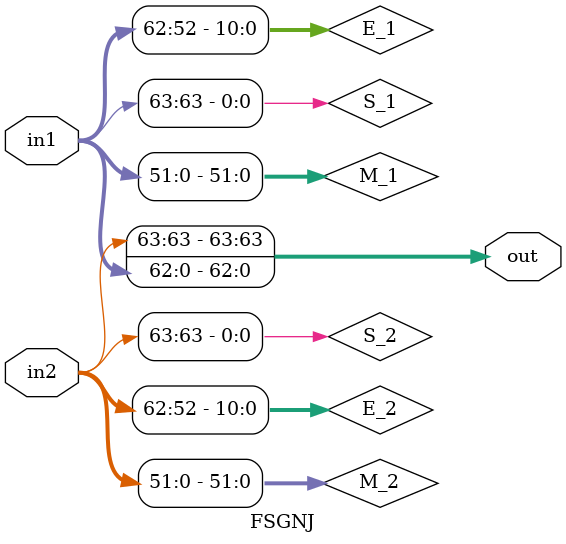
<source format=v>
module FSGNJ #(
    parameter BUS_WIDTH = 64
) (
    input  [BUS_WIDTH-1:0] in1,
    input  [BUS_WIDTH-1:0] in2,
    output [BUS_WIDTH-1:0] out
);

  // Main parameters
  localparam MANTISSA_SIZE = (BUS_WIDTH == 64) ? 52 : 23;
  localparam EXPONENT_SIZE = (BUS_WIDTH == 64) ? 11 : 8;
  localparam BIAS = (BUS_WIDTH == 64) ? 1023 : 127;

  localparam IS_NAN = (BUS_WIDTH == 64) ? 11'h7FF : 8'hFF;
  localparam NAN = (BUS_WIDTH == 64) ? 64'h7ff8000000000000 : 32'h7fc00000;


  // Extracting Sign, Exponent, Mantissa
  wire [MANTISSA_SIZE-1:0] M_1;
  wire [MANTISSA_SIZE-1:0] M_2;
  wire [EXPONENT_SIZE-1:0] E_1;
  wire [EXPONENT_SIZE-1:0] E_2;
  wire S_1;
  wire S_2;

  assign M_1 = in1[MANTISSA_SIZE-1:0];
  assign M_2 = in2[MANTISSA_SIZE-1:0];

  assign E_1 = in1[BUS_WIDTH-2:MANTISSA_SIZE];
  assign E_2 = in2[BUS_WIDTH-2:MANTISSA_SIZE];

  assign S_1 = in1[BUS_WIDTH-1];
  assign S_2 = in2[BUS_WIDTH-1];

  //wire is_nan_B = (E_2 == IS_NAN & |M_2);

  //assign out = (is_nan_B) ? (in1) : {S_2, in1[BUS_WIDTH-2:0]};

  assign out = {S_2, in1[BUS_WIDTH-2:0]};
endmodule

</source>
